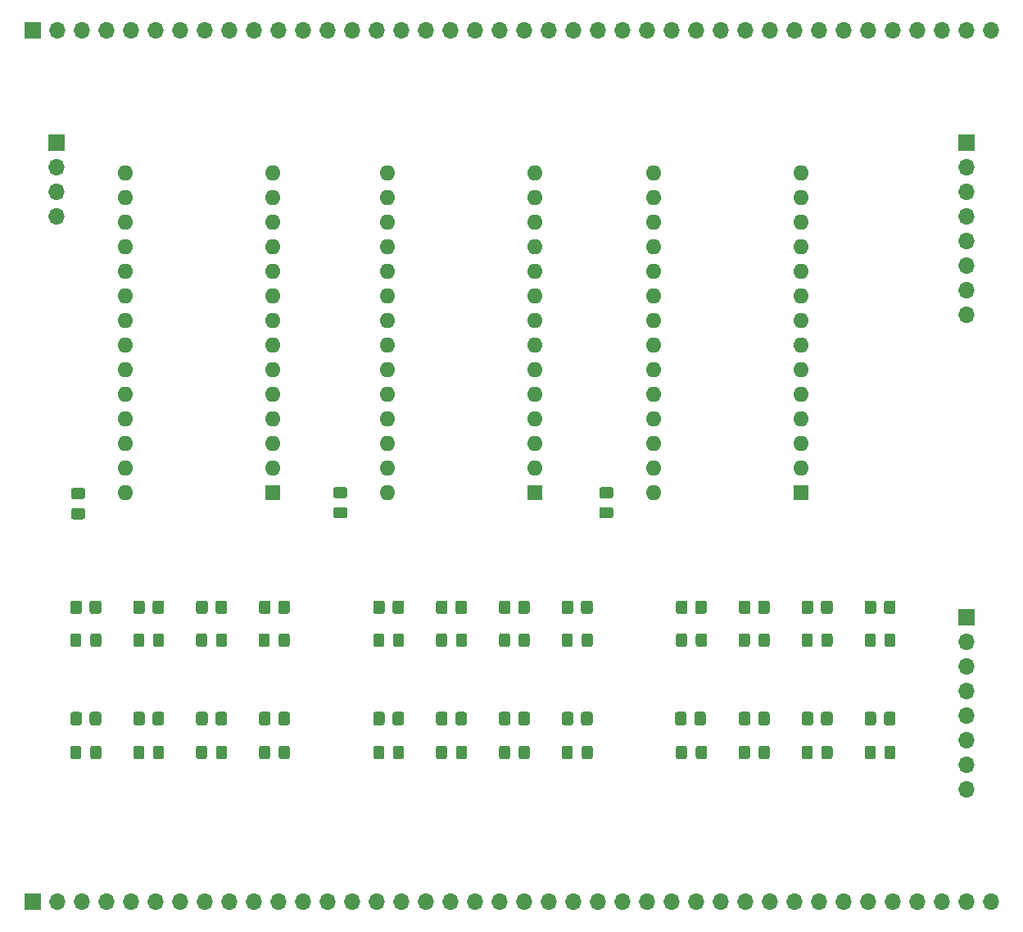
<source format=gts>
G04 #@! TF.GenerationSoftware,KiCad,Pcbnew,(5.1.9)-1*
G04 #@! TF.CreationDate,2021-10-24T09:52:52-04:00*
G04 #@! TF.ProjectId,microcode,6d696372-6f63-46f6-9465-2e6b69636164,1.0*
G04 #@! TF.SameCoordinates,Original*
G04 #@! TF.FileFunction,Soldermask,Top*
G04 #@! TF.FilePolarity,Negative*
%FSLAX46Y46*%
G04 Gerber Fmt 4.6, Leading zero omitted, Abs format (unit mm)*
G04 Created by KiCad (PCBNEW (5.1.9)-1) date 2021-10-24 09:52:52*
%MOMM*%
%LPD*%
G01*
G04 APERTURE LIST*
%ADD10O,1.700000X1.700000*%
%ADD11R,1.700000X1.700000*%
%ADD12O,1.600000X1.600000*%
%ADD13R,1.600000X1.600000*%
G04 APERTURE END LIST*
D10*
X88900000Y-65220000D03*
X88900000Y-62680000D03*
X88900000Y-60140000D03*
D11*
X88900000Y-57600000D03*
D10*
X182900000Y-124380000D03*
X182900000Y-121840000D03*
X182900000Y-119300000D03*
X182900000Y-116760000D03*
X182900000Y-114220000D03*
X182900000Y-111680000D03*
X182900000Y-109140000D03*
D11*
X182900000Y-106600000D03*
D10*
X182900000Y-75380000D03*
X182900000Y-72840000D03*
X182900000Y-70300000D03*
X182900000Y-67760000D03*
X182900000Y-65220000D03*
X182900000Y-62680000D03*
X182900000Y-60140000D03*
D11*
X182900000Y-57600000D03*
G36*
G01*
X174400000Y-117550001D02*
X174400000Y-116649999D01*
G75*
G02*
X174649999Y-116400000I249999J0D01*
G01*
X175350001Y-116400000D01*
G75*
G02*
X175600000Y-116649999I0J-249999D01*
G01*
X175600000Y-117550001D01*
G75*
G02*
X175350001Y-117800000I-249999J0D01*
G01*
X174649999Y-117800000D01*
G75*
G02*
X174400000Y-117550001I0J249999D01*
G01*
G37*
G36*
G01*
X172400000Y-117550001D02*
X172400000Y-116649999D01*
G75*
G02*
X172649999Y-116400000I249999J0D01*
G01*
X173350001Y-116400000D01*
G75*
G02*
X173600000Y-116649999I0J-249999D01*
G01*
X173600000Y-117550001D01*
G75*
G02*
X173350001Y-117800000I-249999J0D01*
G01*
X172649999Y-117800000D01*
G75*
G02*
X172400000Y-117550001I0J249999D01*
G01*
G37*
G36*
G01*
X167900000Y-117550001D02*
X167900000Y-116649999D01*
G75*
G02*
X168149999Y-116400000I249999J0D01*
G01*
X168850001Y-116400000D01*
G75*
G02*
X169100000Y-116649999I0J-249999D01*
G01*
X169100000Y-117550001D01*
G75*
G02*
X168850001Y-117800000I-249999J0D01*
G01*
X168149999Y-117800000D01*
G75*
G02*
X167900000Y-117550001I0J249999D01*
G01*
G37*
G36*
G01*
X165900000Y-117550001D02*
X165900000Y-116649999D01*
G75*
G02*
X166149999Y-116400000I249999J0D01*
G01*
X166850001Y-116400000D01*
G75*
G02*
X167100000Y-116649999I0J-249999D01*
G01*
X167100000Y-117550001D01*
G75*
G02*
X166850001Y-117800000I-249999J0D01*
G01*
X166149999Y-117800000D01*
G75*
G02*
X165900000Y-117550001I0J249999D01*
G01*
G37*
G36*
G01*
X161400000Y-117550001D02*
X161400000Y-116649999D01*
G75*
G02*
X161649999Y-116400000I249999J0D01*
G01*
X162350001Y-116400000D01*
G75*
G02*
X162600000Y-116649999I0J-249999D01*
G01*
X162600000Y-117550001D01*
G75*
G02*
X162350001Y-117800000I-249999J0D01*
G01*
X161649999Y-117800000D01*
G75*
G02*
X161400000Y-117550001I0J249999D01*
G01*
G37*
G36*
G01*
X159400000Y-117550001D02*
X159400000Y-116649999D01*
G75*
G02*
X159649999Y-116400000I249999J0D01*
G01*
X160350001Y-116400000D01*
G75*
G02*
X160600000Y-116649999I0J-249999D01*
G01*
X160600000Y-117550001D01*
G75*
G02*
X160350001Y-117800000I-249999J0D01*
G01*
X159649999Y-117800000D01*
G75*
G02*
X159400000Y-117550001I0J249999D01*
G01*
G37*
G36*
G01*
X154800000Y-117550001D02*
X154800000Y-116649999D01*
G75*
G02*
X155049999Y-116400000I249999J0D01*
G01*
X155750001Y-116400000D01*
G75*
G02*
X156000000Y-116649999I0J-249999D01*
G01*
X156000000Y-117550001D01*
G75*
G02*
X155750001Y-117800000I-249999J0D01*
G01*
X155049999Y-117800000D01*
G75*
G02*
X154800000Y-117550001I0J249999D01*
G01*
G37*
G36*
G01*
X152800000Y-117550001D02*
X152800000Y-116649999D01*
G75*
G02*
X153049999Y-116400000I249999J0D01*
G01*
X153750001Y-116400000D01*
G75*
G02*
X154000000Y-116649999I0J-249999D01*
G01*
X154000000Y-117550001D01*
G75*
G02*
X153750001Y-117800000I-249999J0D01*
G01*
X153049999Y-117800000D01*
G75*
G02*
X152800000Y-117550001I0J249999D01*
G01*
G37*
G36*
G01*
X174400000Y-106050001D02*
X174400000Y-105149999D01*
G75*
G02*
X174649999Y-104900000I249999J0D01*
G01*
X175350001Y-104900000D01*
G75*
G02*
X175600000Y-105149999I0J-249999D01*
G01*
X175600000Y-106050001D01*
G75*
G02*
X175350001Y-106300000I-249999J0D01*
G01*
X174649999Y-106300000D01*
G75*
G02*
X174400000Y-106050001I0J249999D01*
G01*
G37*
G36*
G01*
X172400000Y-106050001D02*
X172400000Y-105149999D01*
G75*
G02*
X172649999Y-104900000I249999J0D01*
G01*
X173350001Y-104900000D01*
G75*
G02*
X173600000Y-105149999I0J-249999D01*
G01*
X173600000Y-106050001D01*
G75*
G02*
X173350001Y-106300000I-249999J0D01*
G01*
X172649999Y-106300000D01*
G75*
G02*
X172400000Y-106050001I0J249999D01*
G01*
G37*
G36*
G01*
X167900000Y-106050001D02*
X167900000Y-105149999D01*
G75*
G02*
X168149999Y-104900000I249999J0D01*
G01*
X168850001Y-104900000D01*
G75*
G02*
X169100000Y-105149999I0J-249999D01*
G01*
X169100000Y-106050001D01*
G75*
G02*
X168850001Y-106300000I-249999J0D01*
G01*
X168149999Y-106300000D01*
G75*
G02*
X167900000Y-106050001I0J249999D01*
G01*
G37*
G36*
G01*
X165900000Y-106050001D02*
X165900000Y-105149999D01*
G75*
G02*
X166149999Y-104900000I249999J0D01*
G01*
X166850001Y-104900000D01*
G75*
G02*
X167100000Y-105149999I0J-249999D01*
G01*
X167100000Y-106050001D01*
G75*
G02*
X166850001Y-106300000I-249999J0D01*
G01*
X166149999Y-106300000D01*
G75*
G02*
X165900000Y-106050001I0J249999D01*
G01*
G37*
G36*
G01*
X161400000Y-106050001D02*
X161400000Y-105149999D01*
G75*
G02*
X161649999Y-104900000I249999J0D01*
G01*
X162350001Y-104900000D01*
G75*
G02*
X162600000Y-105149999I0J-249999D01*
G01*
X162600000Y-106050001D01*
G75*
G02*
X162350001Y-106300000I-249999J0D01*
G01*
X161649999Y-106300000D01*
G75*
G02*
X161400000Y-106050001I0J249999D01*
G01*
G37*
G36*
G01*
X159400000Y-106050001D02*
X159400000Y-105149999D01*
G75*
G02*
X159649999Y-104900000I249999J0D01*
G01*
X160350001Y-104900000D01*
G75*
G02*
X160600000Y-105149999I0J-249999D01*
G01*
X160600000Y-106050001D01*
G75*
G02*
X160350001Y-106300000I-249999J0D01*
G01*
X159649999Y-106300000D01*
G75*
G02*
X159400000Y-106050001I0J249999D01*
G01*
G37*
G36*
G01*
X154900000Y-106050001D02*
X154900000Y-105149999D01*
G75*
G02*
X155149999Y-104900000I249999J0D01*
G01*
X155850001Y-104900000D01*
G75*
G02*
X156100000Y-105149999I0J-249999D01*
G01*
X156100000Y-106050001D01*
G75*
G02*
X155850001Y-106300000I-249999J0D01*
G01*
X155149999Y-106300000D01*
G75*
G02*
X154900000Y-106050001I0J249999D01*
G01*
G37*
G36*
G01*
X152900000Y-106050001D02*
X152900000Y-105149999D01*
G75*
G02*
X153149999Y-104900000I249999J0D01*
G01*
X153850001Y-104900000D01*
G75*
G02*
X154100000Y-105149999I0J-249999D01*
G01*
X154100000Y-106050001D01*
G75*
G02*
X153850001Y-106300000I-249999J0D01*
G01*
X153149999Y-106300000D01*
G75*
G02*
X152900000Y-106050001I0J249999D01*
G01*
G37*
G36*
G01*
X143100000Y-117550001D02*
X143100000Y-116649999D01*
G75*
G02*
X143349999Y-116400000I249999J0D01*
G01*
X144050001Y-116400000D01*
G75*
G02*
X144300000Y-116649999I0J-249999D01*
G01*
X144300000Y-117550001D01*
G75*
G02*
X144050001Y-117800000I-249999J0D01*
G01*
X143349999Y-117800000D01*
G75*
G02*
X143100000Y-117550001I0J249999D01*
G01*
G37*
G36*
G01*
X141100000Y-117550001D02*
X141100000Y-116649999D01*
G75*
G02*
X141349999Y-116400000I249999J0D01*
G01*
X142050001Y-116400000D01*
G75*
G02*
X142300000Y-116649999I0J-249999D01*
G01*
X142300000Y-117550001D01*
G75*
G02*
X142050001Y-117800000I-249999J0D01*
G01*
X141349999Y-117800000D01*
G75*
G02*
X141100000Y-117550001I0J249999D01*
G01*
G37*
G36*
G01*
X136600000Y-117550001D02*
X136600000Y-116649999D01*
G75*
G02*
X136849999Y-116400000I249999J0D01*
G01*
X137550001Y-116400000D01*
G75*
G02*
X137800000Y-116649999I0J-249999D01*
G01*
X137800000Y-117550001D01*
G75*
G02*
X137550001Y-117800000I-249999J0D01*
G01*
X136849999Y-117800000D01*
G75*
G02*
X136600000Y-117550001I0J249999D01*
G01*
G37*
G36*
G01*
X134600000Y-117550001D02*
X134600000Y-116649999D01*
G75*
G02*
X134849999Y-116400000I249999J0D01*
G01*
X135550001Y-116400000D01*
G75*
G02*
X135800000Y-116649999I0J-249999D01*
G01*
X135800000Y-117550001D01*
G75*
G02*
X135550001Y-117800000I-249999J0D01*
G01*
X134849999Y-117800000D01*
G75*
G02*
X134600000Y-117550001I0J249999D01*
G01*
G37*
G36*
G01*
X130100000Y-117550001D02*
X130100000Y-116649999D01*
G75*
G02*
X130349999Y-116400000I249999J0D01*
G01*
X131050001Y-116400000D01*
G75*
G02*
X131300000Y-116649999I0J-249999D01*
G01*
X131300000Y-117550001D01*
G75*
G02*
X131050001Y-117800000I-249999J0D01*
G01*
X130349999Y-117800000D01*
G75*
G02*
X130100000Y-117550001I0J249999D01*
G01*
G37*
G36*
G01*
X128100000Y-117550001D02*
X128100000Y-116649999D01*
G75*
G02*
X128349999Y-116400000I249999J0D01*
G01*
X129050001Y-116400000D01*
G75*
G02*
X129300000Y-116649999I0J-249999D01*
G01*
X129300000Y-117550001D01*
G75*
G02*
X129050001Y-117800000I-249999J0D01*
G01*
X128349999Y-117800000D01*
G75*
G02*
X128100000Y-117550001I0J249999D01*
G01*
G37*
G36*
G01*
X123600000Y-117550001D02*
X123600000Y-116649999D01*
G75*
G02*
X123849999Y-116400000I249999J0D01*
G01*
X124550001Y-116400000D01*
G75*
G02*
X124800000Y-116649999I0J-249999D01*
G01*
X124800000Y-117550001D01*
G75*
G02*
X124550001Y-117800000I-249999J0D01*
G01*
X123849999Y-117800000D01*
G75*
G02*
X123600000Y-117550001I0J249999D01*
G01*
G37*
G36*
G01*
X121600000Y-117550001D02*
X121600000Y-116649999D01*
G75*
G02*
X121849999Y-116400000I249999J0D01*
G01*
X122550001Y-116400000D01*
G75*
G02*
X122800000Y-116649999I0J-249999D01*
G01*
X122800000Y-117550001D01*
G75*
G02*
X122550001Y-117800000I-249999J0D01*
G01*
X121849999Y-117800000D01*
G75*
G02*
X121600000Y-117550001I0J249999D01*
G01*
G37*
G36*
G01*
X143100000Y-106050001D02*
X143100000Y-105149999D01*
G75*
G02*
X143349999Y-104900000I249999J0D01*
G01*
X144050001Y-104900000D01*
G75*
G02*
X144300000Y-105149999I0J-249999D01*
G01*
X144300000Y-106050001D01*
G75*
G02*
X144050001Y-106300000I-249999J0D01*
G01*
X143349999Y-106300000D01*
G75*
G02*
X143100000Y-106050001I0J249999D01*
G01*
G37*
G36*
G01*
X141100000Y-106050001D02*
X141100000Y-105149999D01*
G75*
G02*
X141349999Y-104900000I249999J0D01*
G01*
X142050001Y-104900000D01*
G75*
G02*
X142300000Y-105149999I0J-249999D01*
G01*
X142300000Y-106050001D01*
G75*
G02*
X142050001Y-106300000I-249999J0D01*
G01*
X141349999Y-106300000D01*
G75*
G02*
X141100000Y-106050001I0J249999D01*
G01*
G37*
G36*
G01*
X136600000Y-106050001D02*
X136600000Y-105149999D01*
G75*
G02*
X136849999Y-104900000I249999J0D01*
G01*
X137550001Y-104900000D01*
G75*
G02*
X137800000Y-105149999I0J-249999D01*
G01*
X137800000Y-106050001D01*
G75*
G02*
X137550001Y-106300000I-249999J0D01*
G01*
X136849999Y-106300000D01*
G75*
G02*
X136600000Y-106050001I0J249999D01*
G01*
G37*
G36*
G01*
X134600000Y-106050001D02*
X134600000Y-105149999D01*
G75*
G02*
X134849999Y-104900000I249999J0D01*
G01*
X135550001Y-104900000D01*
G75*
G02*
X135800000Y-105149999I0J-249999D01*
G01*
X135800000Y-106050001D01*
G75*
G02*
X135550001Y-106300000I-249999J0D01*
G01*
X134849999Y-106300000D01*
G75*
G02*
X134600000Y-106050001I0J249999D01*
G01*
G37*
G36*
G01*
X130100000Y-106050001D02*
X130100000Y-105149999D01*
G75*
G02*
X130349999Y-104900000I249999J0D01*
G01*
X131050001Y-104900000D01*
G75*
G02*
X131300000Y-105149999I0J-249999D01*
G01*
X131300000Y-106050001D01*
G75*
G02*
X131050001Y-106300000I-249999J0D01*
G01*
X130349999Y-106300000D01*
G75*
G02*
X130100000Y-106050001I0J249999D01*
G01*
G37*
G36*
G01*
X128100000Y-106050001D02*
X128100000Y-105149999D01*
G75*
G02*
X128349999Y-104900000I249999J0D01*
G01*
X129050001Y-104900000D01*
G75*
G02*
X129300000Y-105149999I0J-249999D01*
G01*
X129300000Y-106050001D01*
G75*
G02*
X129050001Y-106300000I-249999J0D01*
G01*
X128349999Y-106300000D01*
G75*
G02*
X128100000Y-106050001I0J249999D01*
G01*
G37*
G36*
G01*
X123600000Y-106050001D02*
X123600000Y-105149999D01*
G75*
G02*
X123849999Y-104900000I249999J0D01*
G01*
X124550001Y-104900000D01*
G75*
G02*
X124800000Y-105149999I0J-249999D01*
G01*
X124800000Y-106050001D01*
G75*
G02*
X124550001Y-106300000I-249999J0D01*
G01*
X123849999Y-106300000D01*
G75*
G02*
X123600000Y-106050001I0J249999D01*
G01*
G37*
G36*
G01*
X121600000Y-106050001D02*
X121600000Y-105149999D01*
G75*
G02*
X121849999Y-104900000I249999J0D01*
G01*
X122550001Y-104900000D01*
G75*
G02*
X122800000Y-105149999I0J-249999D01*
G01*
X122800000Y-106050001D01*
G75*
G02*
X122550001Y-106300000I-249999J0D01*
G01*
X121849999Y-106300000D01*
G75*
G02*
X121600000Y-106050001I0J249999D01*
G01*
G37*
G36*
G01*
X111800000Y-117550001D02*
X111800000Y-116649999D01*
G75*
G02*
X112049999Y-116400000I249999J0D01*
G01*
X112750001Y-116400000D01*
G75*
G02*
X113000000Y-116649999I0J-249999D01*
G01*
X113000000Y-117550001D01*
G75*
G02*
X112750001Y-117800000I-249999J0D01*
G01*
X112049999Y-117800000D01*
G75*
G02*
X111800000Y-117550001I0J249999D01*
G01*
G37*
G36*
G01*
X109800000Y-117550001D02*
X109800000Y-116649999D01*
G75*
G02*
X110049999Y-116400000I249999J0D01*
G01*
X110750001Y-116400000D01*
G75*
G02*
X111000000Y-116649999I0J-249999D01*
G01*
X111000000Y-117550001D01*
G75*
G02*
X110750001Y-117800000I-249999J0D01*
G01*
X110049999Y-117800000D01*
G75*
G02*
X109800000Y-117550001I0J249999D01*
G01*
G37*
G36*
G01*
X105300000Y-117550001D02*
X105300000Y-116649999D01*
G75*
G02*
X105549999Y-116400000I249999J0D01*
G01*
X106250001Y-116400000D01*
G75*
G02*
X106500000Y-116649999I0J-249999D01*
G01*
X106500000Y-117550001D01*
G75*
G02*
X106250001Y-117800000I-249999J0D01*
G01*
X105549999Y-117800000D01*
G75*
G02*
X105300000Y-117550001I0J249999D01*
G01*
G37*
G36*
G01*
X103300000Y-117550001D02*
X103300000Y-116649999D01*
G75*
G02*
X103549999Y-116400000I249999J0D01*
G01*
X104250001Y-116400000D01*
G75*
G02*
X104500000Y-116649999I0J-249999D01*
G01*
X104500000Y-117550001D01*
G75*
G02*
X104250001Y-117800000I-249999J0D01*
G01*
X103549999Y-117800000D01*
G75*
G02*
X103300000Y-117550001I0J249999D01*
G01*
G37*
G36*
G01*
X98800000Y-117550001D02*
X98800000Y-116649999D01*
G75*
G02*
X99049999Y-116400000I249999J0D01*
G01*
X99750001Y-116400000D01*
G75*
G02*
X100000000Y-116649999I0J-249999D01*
G01*
X100000000Y-117550001D01*
G75*
G02*
X99750001Y-117800000I-249999J0D01*
G01*
X99049999Y-117800000D01*
G75*
G02*
X98800000Y-117550001I0J249999D01*
G01*
G37*
G36*
G01*
X96800000Y-117550001D02*
X96800000Y-116649999D01*
G75*
G02*
X97049999Y-116400000I249999J0D01*
G01*
X97750001Y-116400000D01*
G75*
G02*
X98000000Y-116649999I0J-249999D01*
G01*
X98000000Y-117550001D01*
G75*
G02*
X97750001Y-117800000I-249999J0D01*
G01*
X97049999Y-117800000D01*
G75*
G02*
X96800000Y-117550001I0J249999D01*
G01*
G37*
G36*
G01*
X92300000Y-117550001D02*
X92300000Y-116649999D01*
G75*
G02*
X92549999Y-116400000I249999J0D01*
G01*
X93250001Y-116400000D01*
G75*
G02*
X93500000Y-116649999I0J-249999D01*
G01*
X93500000Y-117550001D01*
G75*
G02*
X93250001Y-117800000I-249999J0D01*
G01*
X92549999Y-117800000D01*
G75*
G02*
X92300000Y-117550001I0J249999D01*
G01*
G37*
G36*
G01*
X90300000Y-117550001D02*
X90300000Y-116649999D01*
G75*
G02*
X90549999Y-116400000I249999J0D01*
G01*
X91250001Y-116400000D01*
G75*
G02*
X91500000Y-116649999I0J-249999D01*
G01*
X91500000Y-117550001D01*
G75*
G02*
X91250001Y-117800000I-249999J0D01*
G01*
X90549999Y-117800000D01*
G75*
G02*
X90300000Y-117550001I0J249999D01*
G01*
G37*
G36*
G01*
X111800000Y-106050001D02*
X111800000Y-105149999D01*
G75*
G02*
X112049999Y-104900000I249999J0D01*
G01*
X112750001Y-104900000D01*
G75*
G02*
X113000000Y-105149999I0J-249999D01*
G01*
X113000000Y-106050001D01*
G75*
G02*
X112750001Y-106300000I-249999J0D01*
G01*
X112049999Y-106300000D01*
G75*
G02*
X111800000Y-106050001I0J249999D01*
G01*
G37*
G36*
G01*
X109800000Y-106050001D02*
X109800000Y-105149999D01*
G75*
G02*
X110049999Y-104900000I249999J0D01*
G01*
X110750001Y-104900000D01*
G75*
G02*
X111000000Y-105149999I0J-249999D01*
G01*
X111000000Y-106050001D01*
G75*
G02*
X110750001Y-106300000I-249999J0D01*
G01*
X110049999Y-106300000D01*
G75*
G02*
X109800000Y-106050001I0J249999D01*
G01*
G37*
G36*
G01*
X105300000Y-106050001D02*
X105300000Y-105149999D01*
G75*
G02*
X105549999Y-104900000I249999J0D01*
G01*
X106250001Y-104900000D01*
G75*
G02*
X106500000Y-105149999I0J-249999D01*
G01*
X106500000Y-106050001D01*
G75*
G02*
X106250001Y-106300000I-249999J0D01*
G01*
X105549999Y-106300000D01*
G75*
G02*
X105300000Y-106050001I0J249999D01*
G01*
G37*
G36*
G01*
X103300000Y-106050001D02*
X103300000Y-105149999D01*
G75*
G02*
X103549999Y-104900000I249999J0D01*
G01*
X104250001Y-104900000D01*
G75*
G02*
X104500000Y-105149999I0J-249999D01*
G01*
X104500000Y-106050001D01*
G75*
G02*
X104250001Y-106300000I-249999J0D01*
G01*
X103549999Y-106300000D01*
G75*
G02*
X103300000Y-106050001I0J249999D01*
G01*
G37*
G36*
G01*
X98800000Y-106050001D02*
X98800000Y-105149999D01*
G75*
G02*
X99049999Y-104900000I249999J0D01*
G01*
X99750001Y-104900000D01*
G75*
G02*
X100000000Y-105149999I0J-249999D01*
G01*
X100000000Y-106050001D01*
G75*
G02*
X99750001Y-106300000I-249999J0D01*
G01*
X99049999Y-106300000D01*
G75*
G02*
X98800000Y-106050001I0J249999D01*
G01*
G37*
G36*
G01*
X96800000Y-106050001D02*
X96800000Y-105149999D01*
G75*
G02*
X97049999Y-104900000I249999J0D01*
G01*
X97750001Y-104900000D01*
G75*
G02*
X98000000Y-105149999I0J-249999D01*
G01*
X98000000Y-106050001D01*
G75*
G02*
X97750001Y-106300000I-249999J0D01*
G01*
X97049999Y-106300000D01*
G75*
G02*
X96800000Y-106050001I0J249999D01*
G01*
G37*
G36*
G01*
X92300000Y-106050001D02*
X92300000Y-105149999D01*
G75*
G02*
X92549999Y-104900000I249999J0D01*
G01*
X93250001Y-104900000D01*
G75*
G02*
X93500000Y-105149999I0J-249999D01*
G01*
X93500000Y-106050001D01*
G75*
G02*
X93250001Y-106300000I-249999J0D01*
G01*
X92549999Y-106300000D01*
G75*
G02*
X92300000Y-106050001I0J249999D01*
G01*
G37*
G36*
G01*
X90300000Y-106050001D02*
X90300000Y-105149999D01*
G75*
G02*
X90549999Y-104900000I249999J0D01*
G01*
X91250001Y-104900000D01*
G75*
G02*
X91500000Y-105149999I0J-249999D01*
G01*
X91500000Y-106050001D01*
G75*
G02*
X91250001Y-106300000I-249999J0D01*
G01*
X90549999Y-106300000D01*
G75*
G02*
X90300000Y-106050001I0J249999D01*
G01*
G37*
G36*
G01*
X174450000Y-121050001D02*
X174450000Y-120149999D01*
G75*
G02*
X174699999Y-119900000I249999J0D01*
G01*
X175350001Y-119900000D01*
G75*
G02*
X175600000Y-120149999I0J-249999D01*
G01*
X175600000Y-121050001D01*
G75*
G02*
X175350001Y-121300000I-249999J0D01*
G01*
X174699999Y-121300000D01*
G75*
G02*
X174450000Y-121050001I0J249999D01*
G01*
G37*
G36*
G01*
X172400000Y-121050001D02*
X172400000Y-120149999D01*
G75*
G02*
X172649999Y-119900000I249999J0D01*
G01*
X173300001Y-119900000D01*
G75*
G02*
X173550000Y-120149999I0J-249999D01*
G01*
X173550000Y-121050001D01*
G75*
G02*
X173300001Y-121300000I-249999J0D01*
G01*
X172649999Y-121300000D01*
G75*
G02*
X172400000Y-121050001I0J249999D01*
G01*
G37*
G36*
G01*
X167950000Y-121050001D02*
X167950000Y-120149999D01*
G75*
G02*
X168199999Y-119900000I249999J0D01*
G01*
X168850001Y-119900000D01*
G75*
G02*
X169100000Y-120149999I0J-249999D01*
G01*
X169100000Y-121050001D01*
G75*
G02*
X168850001Y-121300000I-249999J0D01*
G01*
X168199999Y-121300000D01*
G75*
G02*
X167950000Y-121050001I0J249999D01*
G01*
G37*
G36*
G01*
X165900000Y-121050001D02*
X165900000Y-120149999D01*
G75*
G02*
X166149999Y-119900000I249999J0D01*
G01*
X166800001Y-119900000D01*
G75*
G02*
X167050000Y-120149999I0J-249999D01*
G01*
X167050000Y-121050001D01*
G75*
G02*
X166800001Y-121300000I-249999J0D01*
G01*
X166149999Y-121300000D01*
G75*
G02*
X165900000Y-121050001I0J249999D01*
G01*
G37*
G36*
G01*
X161450000Y-121050001D02*
X161450000Y-120149999D01*
G75*
G02*
X161699999Y-119900000I249999J0D01*
G01*
X162350001Y-119900000D01*
G75*
G02*
X162600000Y-120149999I0J-249999D01*
G01*
X162600000Y-121050001D01*
G75*
G02*
X162350001Y-121300000I-249999J0D01*
G01*
X161699999Y-121300000D01*
G75*
G02*
X161450000Y-121050001I0J249999D01*
G01*
G37*
G36*
G01*
X159400000Y-121050001D02*
X159400000Y-120149999D01*
G75*
G02*
X159649999Y-119900000I249999J0D01*
G01*
X160300001Y-119900000D01*
G75*
G02*
X160550000Y-120149999I0J-249999D01*
G01*
X160550000Y-121050001D01*
G75*
G02*
X160300001Y-121300000I-249999J0D01*
G01*
X159649999Y-121300000D01*
G75*
G02*
X159400000Y-121050001I0J249999D01*
G01*
G37*
G36*
G01*
X154950000Y-121050001D02*
X154950000Y-120149999D01*
G75*
G02*
X155199999Y-119900000I249999J0D01*
G01*
X155850001Y-119900000D01*
G75*
G02*
X156100000Y-120149999I0J-249999D01*
G01*
X156100000Y-121050001D01*
G75*
G02*
X155850001Y-121300000I-249999J0D01*
G01*
X155199999Y-121300000D01*
G75*
G02*
X154950000Y-121050001I0J249999D01*
G01*
G37*
G36*
G01*
X152900000Y-121050001D02*
X152900000Y-120149999D01*
G75*
G02*
X153149999Y-119900000I249999J0D01*
G01*
X153800001Y-119900000D01*
G75*
G02*
X154050000Y-120149999I0J-249999D01*
G01*
X154050000Y-121050001D01*
G75*
G02*
X153800001Y-121300000I-249999J0D01*
G01*
X153149999Y-121300000D01*
G75*
G02*
X152900000Y-121050001I0J249999D01*
G01*
G37*
G36*
G01*
X174450000Y-109450001D02*
X174450000Y-108549999D01*
G75*
G02*
X174699999Y-108300000I249999J0D01*
G01*
X175350001Y-108300000D01*
G75*
G02*
X175600000Y-108549999I0J-249999D01*
G01*
X175600000Y-109450001D01*
G75*
G02*
X175350001Y-109700000I-249999J0D01*
G01*
X174699999Y-109700000D01*
G75*
G02*
X174450000Y-109450001I0J249999D01*
G01*
G37*
G36*
G01*
X172400000Y-109450001D02*
X172400000Y-108549999D01*
G75*
G02*
X172649999Y-108300000I249999J0D01*
G01*
X173300001Y-108300000D01*
G75*
G02*
X173550000Y-108549999I0J-249999D01*
G01*
X173550000Y-109450001D01*
G75*
G02*
X173300001Y-109700000I-249999J0D01*
G01*
X172649999Y-109700000D01*
G75*
G02*
X172400000Y-109450001I0J249999D01*
G01*
G37*
G36*
G01*
X167950000Y-109450001D02*
X167950000Y-108549999D01*
G75*
G02*
X168199999Y-108300000I249999J0D01*
G01*
X168850001Y-108300000D01*
G75*
G02*
X169100000Y-108549999I0J-249999D01*
G01*
X169100000Y-109450001D01*
G75*
G02*
X168850001Y-109700000I-249999J0D01*
G01*
X168199999Y-109700000D01*
G75*
G02*
X167950000Y-109450001I0J249999D01*
G01*
G37*
G36*
G01*
X165900000Y-109450001D02*
X165900000Y-108549999D01*
G75*
G02*
X166149999Y-108300000I249999J0D01*
G01*
X166800001Y-108300000D01*
G75*
G02*
X167050000Y-108549999I0J-249999D01*
G01*
X167050000Y-109450001D01*
G75*
G02*
X166800001Y-109700000I-249999J0D01*
G01*
X166149999Y-109700000D01*
G75*
G02*
X165900000Y-109450001I0J249999D01*
G01*
G37*
G36*
G01*
X161450000Y-109450001D02*
X161450000Y-108549999D01*
G75*
G02*
X161699999Y-108300000I249999J0D01*
G01*
X162350001Y-108300000D01*
G75*
G02*
X162600000Y-108549999I0J-249999D01*
G01*
X162600000Y-109450001D01*
G75*
G02*
X162350001Y-109700000I-249999J0D01*
G01*
X161699999Y-109700000D01*
G75*
G02*
X161450000Y-109450001I0J249999D01*
G01*
G37*
G36*
G01*
X159400000Y-109450001D02*
X159400000Y-108549999D01*
G75*
G02*
X159649999Y-108300000I249999J0D01*
G01*
X160300001Y-108300000D01*
G75*
G02*
X160550000Y-108549999I0J-249999D01*
G01*
X160550000Y-109450001D01*
G75*
G02*
X160300001Y-109700000I-249999J0D01*
G01*
X159649999Y-109700000D01*
G75*
G02*
X159400000Y-109450001I0J249999D01*
G01*
G37*
G36*
G01*
X154950000Y-109450001D02*
X154950000Y-108549999D01*
G75*
G02*
X155199999Y-108300000I249999J0D01*
G01*
X155850001Y-108300000D01*
G75*
G02*
X156100000Y-108549999I0J-249999D01*
G01*
X156100000Y-109450001D01*
G75*
G02*
X155850001Y-109700000I-249999J0D01*
G01*
X155199999Y-109700000D01*
G75*
G02*
X154950000Y-109450001I0J249999D01*
G01*
G37*
G36*
G01*
X152900000Y-109450001D02*
X152900000Y-108549999D01*
G75*
G02*
X153149999Y-108300000I249999J0D01*
G01*
X153800001Y-108300000D01*
G75*
G02*
X154050000Y-108549999I0J-249999D01*
G01*
X154050000Y-109450001D01*
G75*
G02*
X153800001Y-109700000I-249999J0D01*
G01*
X153149999Y-109700000D01*
G75*
G02*
X152900000Y-109450001I0J249999D01*
G01*
G37*
G36*
G01*
X143150000Y-121050001D02*
X143150000Y-120149999D01*
G75*
G02*
X143399999Y-119900000I249999J0D01*
G01*
X144050001Y-119900000D01*
G75*
G02*
X144300000Y-120149999I0J-249999D01*
G01*
X144300000Y-121050001D01*
G75*
G02*
X144050001Y-121300000I-249999J0D01*
G01*
X143399999Y-121300000D01*
G75*
G02*
X143150000Y-121050001I0J249999D01*
G01*
G37*
G36*
G01*
X141100000Y-121050001D02*
X141100000Y-120149999D01*
G75*
G02*
X141349999Y-119900000I249999J0D01*
G01*
X142000001Y-119900000D01*
G75*
G02*
X142250000Y-120149999I0J-249999D01*
G01*
X142250000Y-121050001D01*
G75*
G02*
X142000001Y-121300000I-249999J0D01*
G01*
X141349999Y-121300000D01*
G75*
G02*
X141100000Y-121050001I0J249999D01*
G01*
G37*
G36*
G01*
X136650000Y-121050001D02*
X136650000Y-120149999D01*
G75*
G02*
X136899999Y-119900000I249999J0D01*
G01*
X137550001Y-119900000D01*
G75*
G02*
X137800000Y-120149999I0J-249999D01*
G01*
X137800000Y-121050001D01*
G75*
G02*
X137550001Y-121300000I-249999J0D01*
G01*
X136899999Y-121300000D01*
G75*
G02*
X136650000Y-121050001I0J249999D01*
G01*
G37*
G36*
G01*
X134600000Y-121050001D02*
X134600000Y-120149999D01*
G75*
G02*
X134849999Y-119900000I249999J0D01*
G01*
X135500001Y-119900000D01*
G75*
G02*
X135750000Y-120149999I0J-249999D01*
G01*
X135750000Y-121050001D01*
G75*
G02*
X135500001Y-121300000I-249999J0D01*
G01*
X134849999Y-121300000D01*
G75*
G02*
X134600000Y-121050001I0J249999D01*
G01*
G37*
G36*
G01*
X130150000Y-121050001D02*
X130150000Y-120149999D01*
G75*
G02*
X130399999Y-119900000I249999J0D01*
G01*
X131050001Y-119900000D01*
G75*
G02*
X131300000Y-120149999I0J-249999D01*
G01*
X131300000Y-121050001D01*
G75*
G02*
X131050001Y-121300000I-249999J0D01*
G01*
X130399999Y-121300000D01*
G75*
G02*
X130150000Y-121050001I0J249999D01*
G01*
G37*
G36*
G01*
X128100000Y-121050001D02*
X128100000Y-120149999D01*
G75*
G02*
X128349999Y-119900000I249999J0D01*
G01*
X129000001Y-119900000D01*
G75*
G02*
X129250000Y-120149999I0J-249999D01*
G01*
X129250000Y-121050001D01*
G75*
G02*
X129000001Y-121300000I-249999J0D01*
G01*
X128349999Y-121300000D01*
G75*
G02*
X128100000Y-121050001I0J249999D01*
G01*
G37*
G36*
G01*
X123650000Y-121050001D02*
X123650000Y-120149999D01*
G75*
G02*
X123899999Y-119900000I249999J0D01*
G01*
X124550001Y-119900000D01*
G75*
G02*
X124800000Y-120149999I0J-249999D01*
G01*
X124800000Y-121050001D01*
G75*
G02*
X124550001Y-121300000I-249999J0D01*
G01*
X123899999Y-121300000D01*
G75*
G02*
X123650000Y-121050001I0J249999D01*
G01*
G37*
G36*
G01*
X121600000Y-121050001D02*
X121600000Y-120149999D01*
G75*
G02*
X121849999Y-119900000I249999J0D01*
G01*
X122500001Y-119900000D01*
G75*
G02*
X122750000Y-120149999I0J-249999D01*
G01*
X122750000Y-121050001D01*
G75*
G02*
X122500001Y-121300000I-249999J0D01*
G01*
X121849999Y-121300000D01*
G75*
G02*
X121600000Y-121050001I0J249999D01*
G01*
G37*
G36*
G01*
X143150000Y-109450001D02*
X143150000Y-108549999D01*
G75*
G02*
X143399999Y-108300000I249999J0D01*
G01*
X144050001Y-108300000D01*
G75*
G02*
X144300000Y-108549999I0J-249999D01*
G01*
X144300000Y-109450001D01*
G75*
G02*
X144050001Y-109700000I-249999J0D01*
G01*
X143399999Y-109700000D01*
G75*
G02*
X143150000Y-109450001I0J249999D01*
G01*
G37*
G36*
G01*
X141100000Y-109450001D02*
X141100000Y-108549999D01*
G75*
G02*
X141349999Y-108300000I249999J0D01*
G01*
X142000001Y-108300000D01*
G75*
G02*
X142250000Y-108549999I0J-249999D01*
G01*
X142250000Y-109450001D01*
G75*
G02*
X142000001Y-109700000I-249999J0D01*
G01*
X141349999Y-109700000D01*
G75*
G02*
X141100000Y-109450001I0J249999D01*
G01*
G37*
G36*
G01*
X136650000Y-109450001D02*
X136650000Y-108549999D01*
G75*
G02*
X136899999Y-108300000I249999J0D01*
G01*
X137550001Y-108300000D01*
G75*
G02*
X137800000Y-108549999I0J-249999D01*
G01*
X137800000Y-109450001D01*
G75*
G02*
X137550001Y-109700000I-249999J0D01*
G01*
X136899999Y-109700000D01*
G75*
G02*
X136650000Y-109450001I0J249999D01*
G01*
G37*
G36*
G01*
X134600000Y-109450001D02*
X134600000Y-108549999D01*
G75*
G02*
X134849999Y-108300000I249999J0D01*
G01*
X135500001Y-108300000D01*
G75*
G02*
X135750000Y-108549999I0J-249999D01*
G01*
X135750000Y-109450001D01*
G75*
G02*
X135500001Y-109700000I-249999J0D01*
G01*
X134849999Y-109700000D01*
G75*
G02*
X134600000Y-109450001I0J249999D01*
G01*
G37*
G36*
G01*
X130150000Y-109450001D02*
X130150000Y-108549999D01*
G75*
G02*
X130399999Y-108300000I249999J0D01*
G01*
X131050001Y-108300000D01*
G75*
G02*
X131300000Y-108549999I0J-249999D01*
G01*
X131300000Y-109450001D01*
G75*
G02*
X131050001Y-109700000I-249999J0D01*
G01*
X130399999Y-109700000D01*
G75*
G02*
X130150000Y-109450001I0J249999D01*
G01*
G37*
G36*
G01*
X128100000Y-109450001D02*
X128100000Y-108549999D01*
G75*
G02*
X128349999Y-108300000I249999J0D01*
G01*
X129000001Y-108300000D01*
G75*
G02*
X129250000Y-108549999I0J-249999D01*
G01*
X129250000Y-109450001D01*
G75*
G02*
X129000001Y-109700000I-249999J0D01*
G01*
X128349999Y-109700000D01*
G75*
G02*
X128100000Y-109450001I0J249999D01*
G01*
G37*
G36*
G01*
X123650000Y-109450001D02*
X123650000Y-108549999D01*
G75*
G02*
X123899999Y-108300000I249999J0D01*
G01*
X124550001Y-108300000D01*
G75*
G02*
X124800000Y-108549999I0J-249999D01*
G01*
X124800000Y-109450001D01*
G75*
G02*
X124550001Y-109700000I-249999J0D01*
G01*
X123899999Y-109700000D01*
G75*
G02*
X123650000Y-109450001I0J249999D01*
G01*
G37*
G36*
G01*
X121600000Y-109450001D02*
X121600000Y-108549999D01*
G75*
G02*
X121849999Y-108300000I249999J0D01*
G01*
X122500001Y-108300000D01*
G75*
G02*
X122750000Y-108549999I0J-249999D01*
G01*
X122750000Y-109450001D01*
G75*
G02*
X122500001Y-109700000I-249999J0D01*
G01*
X121849999Y-109700000D01*
G75*
G02*
X121600000Y-109450001I0J249999D01*
G01*
G37*
G36*
G01*
X111850000Y-121050001D02*
X111850000Y-120149999D01*
G75*
G02*
X112099999Y-119900000I249999J0D01*
G01*
X112750001Y-119900000D01*
G75*
G02*
X113000000Y-120149999I0J-249999D01*
G01*
X113000000Y-121050001D01*
G75*
G02*
X112750001Y-121300000I-249999J0D01*
G01*
X112099999Y-121300000D01*
G75*
G02*
X111850000Y-121050001I0J249999D01*
G01*
G37*
G36*
G01*
X109800000Y-121050001D02*
X109800000Y-120149999D01*
G75*
G02*
X110049999Y-119900000I249999J0D01*
G01*
X110700001Y-119900000D01*
G75*
G02*
X110950000Y-120149999I0J-249999D01*
G01*
X110950000Y-121050001D01*
G75*
G02*
X110700001Y-121300000I-249999J0D01*
G01*
X110049999Y-121300000D01*
G75*
G02*
X109800000Y-121050001I0J249999D01*
G01*
G37*
G36*
G01*
X105350000Y-121050001D02*
X105350000Y-120149999D01*
G75*
G02*
X105599999Y-119900000I249999J0D01*
G01*
X106250001Y-119900000D01*
G75*
G02*
X106500000Y-120149999I0J-249999D01*
G01*
X106500000Y-121050001D01*
G75*
G02*
X106250001Y-121300000I-249999J0D01*
G01*
X105599999Y-121300000D01*
G75*
G02*
X105350000Y-121050001I0J249999D01*
G01*
G37*
G36*
G01*
X103300000Y-121050001D02*
X103300000Y-120149999D01*
G75*
G02*
X103549999Y-119900000I249999J0D01*
G01*
X104200001Y-119900000D01*
G75*
G02*
X104450000Y-120149999I0J-249999D01*
G01*
X104450000Y-121050001D01*
G75*
G02*
X104200001Y-121300000I-249999J0D01*
G01*
X103549999Y-121300000D01*
G75*
G02*
X103300000Y-121050001I0J249999D01*
G01*
G37*
G36*
G01*
X98850000Y-121050001D02*
X98850000Y-120149999D01*
G75*
G02*
X99099999Y-119900000I249999J0D01*
G01*
X99750001Y-119900000D01*
G75*
G02*
X100000000Y-120149999I0J-249999D01*
G01*
X100000000Y-121050001D01*
G75*
G02*
X99750001Y-121300000I-249999J0D01*
G01*
X99099999Y-121300000D01*
G75*
G02*
X98850000Y-121050001I0J249999D01*
G01*
G37*
G36*
G01*
X96800000Y-121050001D02*
X96800000Y-120149999D01*
G75*
G02*
X97049999Y-119900000I249999J0D01*
G01*
X97700001Y-119900000D01*
G75*
G02*
X97950000Y-120149999I0J-249999D01*
G01*
X97950000Y-121050001D01*
G75*
G02*
X97700001Y-121300000I-249999J0D01*
G01*
X97049999Y-121300000D01*
G75*
G02*
X96800000Y-121050001I0J249999D01*
G01*
G37*
G36*
G01*
X92350000Y-121050001D02*
X92350000Y-120149999D01*
G75*
G02*
X92599999Y-119900000I249999J0D01*
G01*
X93250001Y-119900000D01*
G75*
G02*
X93500000Y-120149999I0J-249999D01*
G01*
X93500000Y-121050001D01*
G75*
G02*
X93250001Y-121300000I-249999J0D01*
G01*
X92599999Y-121300000D01*
G75*
G02*
X92350000Y-121050001I0J249999D01*
G01*
G37*
G36*
G01*
X90300000Y-121050001D02*
X90300000Y-120149999D01*
G75*
G02*
X90549999Y-119900000I249999J0D01*
G01*
X91200001Y-119900000D01*
G75*
G02*
X91450000Y-120149999I0J-249999D01*
G01*
X91450000Y-121050001D01*
G75*
G02*
X91200001Y-121300000I-249999J0D01*
G01*
X90549999Y-121300000D01*
G75*
G02*
X90300000Y-121050001I0J249999D01*
G01*
G37*
G36*
G01*
X111825000Y-109450001D02*
X111825000Y-108549999D01*
G75*
G02*
X112074999Y-108300000I249999J0D01*
G01*
X112725001Y-108300000D01*
G75*
G02*
X112975000Y-108549999I0J-249999D01*
G01*
X112975000Y-109450001D01*
G75*
G02*
X112725001Y-109700000I-249999J0D01*
G01*
X112074999Y-109700000D01*
G75*
G02*
X111825000Y-109450001I0J249999D01*
G01*
G37*
G36*
G01*
X109775000Y-109450001D02*
X109775000Y-108549999D01*
G75*
G02*
X110024999Y-108300000I249999J0D01*
G01*
X110675001Y-108300000D01*
G75*
G02*
X110925000Y-108549999I0J-249999D01*
G01*
X110925000Y-109450001D01*
G75*
G02*
X110675001Y-109700000I-249999J0D01*
G01*
X110024999Y-109700000D01*
G75*
G02*
X109775000Y-109450001I0J249999D01*
G01*
G37*
G36*
G01*
X105350000Y-109450001D02*
X105350000Y-108549999D01*
G75*
G02*
X105599999Y-108300000I249999J0D01*
G01*
X106250001Y-108300000D01*
G75*
G02*
X106500000Y-108549999I0J-249999D01*
G01*
X106500000Y-109450001D01*
G75*
G02*
X106250001Y-109700000I-249999J0D01*
G01*
X105599999Y-109700000D01*
G75*
G02*
X105350000Y-109450001I0J249999D01*
G01*
G37*
G36*
G01*
X103300000Y-109450001D02*
X103300000Y-108549999D01*
G75*
G02*
X103549999Y-108300000I249999J0D01*
G01*
X104200001Y-108300000D01*
G75*
G02*
X104450000Y-108549999I0J-249999D01*
G01*
X104450000Y-109450001D01*
G75*
G02*
X104200001Y-109700000I-249999J0D01*
G01*
X103549999Y-109700000D01*
G75*
G02*
X103300000Y-109450001I0J249999D01*
G01*
G37*
G36*
G01*
X98850000Y-109450001D02*
X98850000Y-108549999D01*
G75*
G02*
X99099999Y-108300000I249999J0D01*
G01*
X99750001Y-108300000D01*
G75*
G02*
X100000000Y-108549999I0J-249999D01*
G01*
X100000000Y-109450001D01*
G75*
G02*
X99750001Y-109700000I-249999J0D01*
G01*
X99099999Y-109700000D01*
G75*
G02*
X98850000Y-109450001I0J249999D01*
G01*
G37*
G36*
G01*
X96800000Y-109450001D02*
X96800000Y-108549999D01*
G75*
G02*
X97049999Y-108300000I249999J0D01*
G01*
X97700001Y-108300000D01*
G75*
G02*
X97950000Y-108549999I0J-249999D01*
G01*
X97950000Y-109450001D01*
G75*
G02*
X97700001Y-109700000I-249999J0D01*
G01*
X97049999Y-109700000D01*
G75*
G02*
X96800000Y-109450001I0J249999D01*
G01*
G37*
G36*
G01*
X92350000Y-109450001D02*
X92350000Y-108549999D01*
G75*
G02*
X92599999Y-108300000I249999J0D01*
G01*
X93250001Y-108300000D01*
G75*
G02*
X93500000Y-108549999I0J-249999D01*
G01*
X93500000Y-109450001D01*
G75*
G02*
X93250001Y-109700000I-249999J0D01*
G01*
X92599999Y-109700000D01*
G75*
G02*
X92350000Y-109450001I0J249999D01*
G01*
G37*
G36*
G01*
X90300000Y-109450001D02*
X90300000Y-108549999D01*
G75*
G02*
X90549999Y-108300000I249999J0D01*
G01*
X91200001Y-108300000D01*
G75*
G02*
X91450000Y-108549999I0J-249999D01*
G01*
X91450000Y-109450001D01*
G75*
G02*
X91200001Y-109700000I-249999J0D01*
G01*
X90549999Y-109700000D01*
G75*
G02*
X90300000Y-109450001I0J249999D01*
G01*
G37*
D12*
X150560000Y-93800000D03*
X165800000Y-60780000D03*
X150560000Y-91260000D03*
X165800000Y-63320000D03*
X150560000Y-88720000D03*
X165800000Y-65860000D03*
X150560000Y-86180000D03*
X165800000Y-68400000D03*
X150560000Y-83640000D03*
X165800000Y-70940000D03*
X150560000Y-81100000D03*
X165800000Y-73480000D03*
X150560000Y-78560000D03*
X165800000Y-76020000D03*
X150560000Y-76020000D03*
X165800000Y-78560000D03*
X150560000Y-73480000D03*
X165800000Y-81100000D03*
X150560000Y-70940000D03*
X165800000Y-83640000D03*
X150560000Y-68400000D03*
X165800000Y-86180000D03*
X150560000Y-65860000D03*
X165800000Y-88720000D03*
X150560000Y-63320000D03*
X165800000Y-91260000D03*
X150560000Y-60780000D03*
D13*
X165800000Y-93800000D03*
D12*
X123060000Y-93800000D03*
X138300000Y-60780000D03*
X123060000Y-91260000D03*
X138300000Y-63320000D03*
X123060000Y-88720000D03*
X138300000Y-65860000D03*
X123060000Y-86180000D03*
X138300000Y-68400000D03*
X123060000Y-83640000D03*
X138300000Y-70940000D03*
X123060000Y-81100000D03*
X138300000Y-73480000D03*
X123060000Y-78560000D03*
X138300000Y-76020000D03*
X123060000Y-76020000D03*
X138300000Y-78560000D03*
X123060000Y-73480000D03*
X138300000Y-81100000D03*
X123060000Y-70940000D03*
X138300000Y-83640000D03*
X123060000Y-68400000D03*
X138300000Y-86180000D03*
X123060000Y-65860000D03*
X138300000Y-88720000D03*
X123060000Y-63320000D03*
X138300000Y-91260000D03*
X123060000Y-60780000D03*
D13*
X138300000Y-93800000D03*
D12*
X95960000Y-93800000D03*
X111200000Y-60780000D03*
X95960000Y-91260000D03*
X111200000Y-63320000D03*
X95960000Y-88720000D03*
X111200000Y-65860000D03*
X95960000Y-86180000D03*
X111200000Y-68400000D03*
X95960000Y-83640000D03*
X111200000Y-70940000D03*
X95960000Y-81100000D03*
X111200000Y-73480000D03*
X95960000Y-78560000D03*
X111200000Y-76020000D03*
X95960000Y-76020000D03*
X111200000Y-78560000D03*
X95960000Y-73480000D03*
X111200000Y-81100000D03*
X95960000Y-70940000D03*
X111200000Y-83640000D03*
X95960000Y-68400000D03*
X111200000Y-86180000D03*
X95960000Y-65860000D03*
X111200000Y-88720000D03*
X95960000Y-63320000D03*
X111200000Y-91260000D03*
X95960000Y-60780000D03*
D13*
X111200000Y-93800000D03*
G36*
G01*
X146175000Y-94350000D02*
X145225000Y-94350000D01*
G75*
G02*
X144975000Y-94100000I0J250000D01*
G01*
X144975000Y-93425000D01*
G75*
G02*
X145225000Y-93175000I250000J0D01*
G01*
X146175000Y-93175000D01*
G75*
G02*
X146425000Y-93425000I0J-250000D01*
G01*
X146425000Y-94100000D01*
G75*
G02*
X146175000Y-94350000I-250000J0D01*
G01*
G37*
G36*
G01*
X146175000Y-96425000D02*
X145225000Y-96425000D01*
G75*
G02*
X144975000Y-96175000I0J250000D01*
G01*
X144975000Y-95500000D01*
G75*
G02*
X145225000Y-95250000I250000J0D01*
G01*
X146175000Y-95250000D01*
G75*
G02*
X146425000Y-95500000I0J-250000D01*
G01*
X146425000Y-96175000D01*
G75*
G02*
X146175000Y-96425000I-250000J0D01*
G01*
G37*
G36*
G01*
X118675000Y-94350000D02*
X117725000Y-94350000D01*
G75*
G02*
X117475000Y-94100000I0J250000D01*
G01*
X117475000Y-93425000D01*
G75*
G02*
X117725000Y-93175000I250000J0D01*
G01*
X118675000Y-93175000D01*
G75*
G02*
X118925000Y-93425000I0J-250000D01*
G01*
X118925000Y-94100000D01*
G75*
G02*
X118675000Y-94350000I-250000J0D01*
G01*
G37*
G36*
G01*
X118675000Y-96425000D02*
X117725000Y-96425000D01*
G75*
G02*
X117475000Y-96175000I0J250000D01*
G01*
X117475000Y-95500000D01*
G75*
G02*
X117725000Y-95250000I250000J0D01*
G01*
X118675000Y-95250000D01*
G75*
G02*
X118925000Y-95500000I0J-250000D01*
G01*
X118925000Y-96175000D01*
G75*
G02*
X118675000Y-96425000I-250000J0D01*
G01*
G37*
G36*
G01*
X91575000Y-94450000D02*
X90625000Y-94450000D01*
G75*
G02*
X90375000Y-94200000I0J250000D01*
G01*
X90375000Y-93525000D01*
G75*
G02*
X90625000Y-93275000I250000J0D01*
G01*
X91575000Y-93275000D01*
G75*
G02*
X91825000Y-93525000I0J-250000D01*
G01*
X91825000Y-94200000D01*
G75*
G02*
X91575000Y-94450000I-250000J0D01*
G01*
G37*
G36*
G01*
X91575000Y-96525000D02*
X90625000Y-96525000D01*
G75*
G02*
X90375000Y-96275000I0J250000D01*
G01*
X90375000Y-95600000D01*
G75*
G02*
X90625000Y-95350000I250000J0D01*
G01*
X91575000Y-95350000D01*
G75*
G02*
X91825000Y-95600000I0J-250000D01*
G01*
X91825000Y-96275000D01*
G75*
G02*
X91575000Y-96525000I-250000J0D01*
G01*
G37*
D10*
X185460000Y-136000000D03*
X182920000Y-136000000D03*
X180380000Y-136000000D03*
X177840000Y-136000000D03*
X175300000Y-136000000D03*
X172760000Y-136000000D03*
X170220000Y-136000000D03*
X167680000Y-136000000D03*
X165140000Y-136000000D03*
X162600000Y-136000000D03*
X160060000Y-136000000D03*
X157520000Y-136000000D03*
X154980000Y-136000000D03*
X152440000Y-136000000D03*
X149900000Y-136000000D03*
X147360000Y-136000000D03*
X144820000Y-136000000D03*
X142280000Y-136000000D03*
X139740000Y-136000000D03*
X137200000Y-136000000D03*
X134660000Y-136000000D03*
X132120000Y-136000000D03*
X129580000Y-136000000D03*
X127040000Y-136000000D03*
X124500000Y-136000000D03*
X121960000Y-136000000D03*
X119420000Y-136000000D03*
X116880000Y-136000000D03*
X114340000Y-136000000D03*
X111800000Y-136000000D03*
X109260000Y-136000000D03*
X106720000Y-136000000D03*
X104180000Y-136000000D03*
X101640000Y-136000000D03*
X99100000Y-136000000D03*
X96560000Y-136000000D03*
X94020000Y-136000000D03*
X91480000Y-136000000D03*
X88940000Y-136000000D03*
D11*
X86400000Y-136000000D03*
D10*
X185460000Y-46000000D03*
X182920000Y-46000000D03*
X180380000Y-46000000D03*
X177840000Y-46000000D03*
X175300000Y-46000000D03*
X172760000Y-46000000D03*
X170220000Y-46000000D03*
X167680000Y-46000000D03*
X165140000Y-46000000D03*
X162600000Y-46000000D03*
X160060000Y-46000000D03*
X157520000Y-46000000D03*
X154980000Y-46000000D03*
X152440000Y-46000000D03*
X149900000Y-46000000D03*
X147360000Y-46000000D03*
X144820000Y-46000000D03*
X142280000Y-46000000D03*
X139740000Y-46000000D03*
X137200000Y-46000000D03*
X134660000Y-46000000D03*
X132120000Y-46000000D03*
X129580000Y-46000000D03*
X127040000Y-46000000D03*
X124500000Y-46000000D03*
X121960000Y-46000000D03*
X119420000Y-46000000D03*
X116880000Y-46000000D03*
X114340000Y-46000000D03*
X111800000Y-46000000D03*
X109260000Y-46000000D03*
X106720000Y-46000000D03*
X104180000Y-46000000D03*
X101640000Y-46000000D03*
X99100000Y-46000000D03*
X96560000Y-46000000D03*
X94020000Y-46000000D03*
X91480000Y-46000000D03*
X88940000Y-46000000D03*
D11*
X86400000Y-46000000D03*
M02*

</source>
